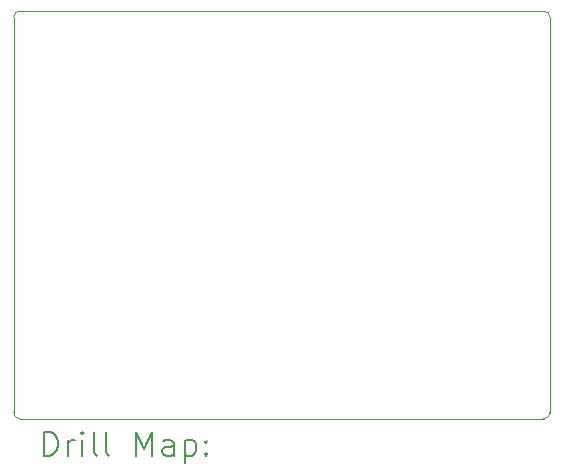
<source format=gbr>
%TF.GenerationSoftware,KiCad,Pcbnew,8.0.6*%
%TF.CreationDate,2024-12-06T19:29:03-08:00*%
%TF.ProjectId,ohmnote,6f686d6e-6f74-4652-9e6b-696361645f70,rev?*%
%TF.SameCoordinates,Original*%
%TF.FileFunction,Drillmap*%
%TF.FilePolarity,Positive*%
%FSLAX45Y45*%
G04 Gerber Fmt 4.5, Leading zero omitted, Abs format (unit mm)*
G04 Created by KiCad (PCBNEW 8.0.6) date 2024-12-06 19:29:03*
%MOMM*%
%LPD*%
G01*
G04 APERTURE LIST*
%ADD10C,0.050000*%
%ADD11C,0.200000*%
G04 APERTURE END LIST*
D10*
X12670800Y-10920000D02*
G75*
G02*
X12620000Y-10869200I0J50800D01*
G01*
X17109200Y-7470000D02*
G75*
G02*
X17160000Y-7520800I0J-50800D01*
G01*
X17160000Y-7520800D02*
X17160000Y-10869200D01*
X12620000Y-10869200D02*
X12620000Y-7520800D01*
X17160000Y-10869200D02*
G75*
G02*
X17109200Y-10920000I-50800J0D01*
G01*
X12620000Y-7520800D02*
G75*
G02*
X12670800Y-7470000I50800J0D01*
G01*
X17109200Y-10920000D02*
X12670800Y-10920000D01*
X12670800Y-7470000D02*
X17109200Y-7470000D01*
D11*
X12878277Y-11233984D02*
X12878277Y-11033984D01*
X12878277Y-11033984D02*
X12925896Y-11033984D01*
X12925896Y-11033984D02*
X12954467Y-11043508D01*
X12954467Y-11043508D02*
X12973515Y-11062555D01*
X12973515Y-11062555D02*
X12983039Y-11081603D01*
X12983039Y-11081603D02*
X12992562Y-11119698D01*
X12992562Y-11119698D02*
X12992562Y-11148270D01*
X12992562Y-11148270D02*
X12983039Y-11186365D01*
X12983039Y-11186365D02*
X12973515Y-11205412D01*
X12973515Y-11205412D02*
X12954467Y-11224460D01*
X12954467Y-11224460D02*
X12925896Y-11233984D01*
X12925896Y-11233984D02*
X12878277Y-11233984D01*
X13078277Y-11233984D02*
X13078277Y-11100650D01*
X13078277Y-11138746D02*
X13087801Y-11119698D01*
X13087801Y-11119698D02*
X13097324Y-11110174D01*
X13097324Y-11110174D02*
X13116372Y-11100650D01*
X13116372Y-11100650D02*
X13135420Y-11100650D01*
X13202086Y-11233984D02*
X13202086Y-11100650D01*
X13202086Y-11033984D02*
X13192562Y-11043508D01*
X13192562Y-11043508D02*
X13202086Y-11053031D01*
X13202086Y-11053031D02*
X13211610Y-11043508D01*
X13211610Y-11043508D02*
X13202086Y-11033984D01*
X13202086Y-11033984D02*
X13202086Y-11053031D01*
X13325896Y-11233984D02*
X13306848Y-11224460D01*
X13306848Y-11224460D02*
X13297324Y-11205412D01*
X13297324Y-11205412D02*
X13297324Y-11033984D01*
X13430658Y-11233984D02*
X13411610Y-11224460D01*
X13411610Y-11224460D02*
X13402086Y-11205412D01*
X13402086Y-11205412D02*
X13402086Y-11033984D01*
X13659229Y-11233984D02*
X13659229Y-11033984D01*
X13659229Y-11033984D02*
X13725896Y-11176841D01*
X13725896Y-11176841D02*
X13792562Y-11033984D01*
X13792562Y-11033984D02*
X13792562Y-11233984D01*
X13973515Y-11233984D02*
X13973515Y-11129222D01*
X13973515Y-11129222D02*
X13963991Y-11110174D01*
X13963991Y-11110174D02*
X13944943Y-11100650D01*
X13944943Y-11100650D02*
X13906848Y-11100650D01*
X13906848Y-11100650D02*
X13887801Y-11110174D01*
X13973515Y-11224460D02*
X13954467Y-11233984D01*
X13954467Y-11233984D02*
X13906848Y-11233984D01*
X13906848Y-11233984D02*
X13887801Y-11224460D01*
X13887801Y-11224460D02*
X13878277Y-11205412D01*
X13878277Y-11205412D02*
X13878277Y-11186365D01*
X13878277Y-11186365D02*
X13887801Y-11167317D01*
X13887801Y-11167317D02*
X13906848Y-11157793D01*
X13906848Y-11157793D02*
X13954467Y-11157793D01*
X13954467Y-11157793D02*
X13973515Y-11148270D01*
X14068753Y-11100650D02*
X14068753Y-11300650D01*
X14068753Y-11110174D02*
X14087801Y-11100650D01*
X14087801Y-11100650D02*
X14125896Y-11100650D01*
X14125896Y-11100650D02*
X14144943Y-11110174D01*
X14144943Y-11110174D02*
X14154467Y-11119698D01*
X14154467Y-11119698D02*
X14163991Y-11138746D01*
X14163991Y-11138746D02*
X14163991Y-11195888D01*
X14163991Y-11195888D02*
X14154467Y-11214936D01*
X14154467Y-11214936D02*
X14144943Y-11224460D01*
X14144943Y-11224460D02*
X14125896Y-11233984D01*
X14125896Y-11233984D02*
X14087801Y-11233984D01*
X14087801Y-11233984D02*
X14068753Y-11224460D01*
X14249705Y-11214936D02*
X14259229Y-11224460D01*
X14259229Y-11224460D02*
X14249705Y-11233984D01*
X14249705Y-11233984D02*
X14240182Y-11224460D01*
X14240182Y-11224460D02*
X14249705Y-11214936D01*
X14249705Y-11214936D02*
X14249705Y-11233984D01*
X14249705Y-11110174D02*
X14259229Y-11119698D01*
X14259229Y-11119698D02*
X14249705Y-11129222D01*
X14249705Y-11129222D02*
X14240182Y-11119698D01*
X14240182Y-11119698D02*
X14249705Y-11110174D01*
X14249705Y-11110174D02*
X14249705Y-11129222D01*
M02*

</source>
